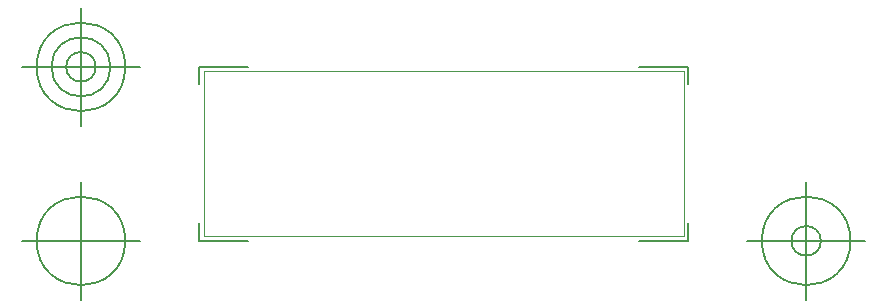
<source format=gbr>
G04 Generated by Ultiboard 13.0 *
%FSLAX25Y25*%
%MOIN*%

%ADD11C,0.00004*%
%ADD12C,0.00500*%


G04 ColorRGB 00FFFF for the following layer *
%LNBoard Outline*%
%LPD*%
G54D10*
G54D11*
X-80000Y-27500D02*
X80000Y-27500D01*
X80000Y27500D01*
X-80000Y27500D01*
X-80000Y-27500D01*
G54D12*
X-81500Y-29000D02*
X-81500Y-23200D01*
X-81500Y-29000D02*
X-65200Y-29000D01*
X81500Y-29000D02*
X65200Y-29000D01*
X81500Y-29000D02*
X81500Y-23200D01*
X81500Y29000D02*
X81500Y23200D01*
X81500Y29000D02*
X65200Y29000D01*
X-81500Y29000D02*
X-65200Y29000D01*
X-81500Y29000D02*
X-81500Y23200D01*
X-101185Y-29000D02*
X-140555Y-29000D01*
X-120870Y-48685D02*
X-120870Y-9315D01*
X-135634Y-29000D02*
G75*
D01*
G02X-135634Y-29000I14764J0*
G01*
X101185Y-29000D02*
X140555Y-29000D01*
X120870Y-48685D02*
X120870Y-9315D01*
X106106Y-29000D02*
G75*
D01*
G02X106106Y-29000I14764J0*
G01*
X115949Y-29000D02*
G75*
D01*
G02X115949Y-29000I4921J0*
G01*
X-101185Y29000D02*
X-140555Y29000D01*
X-120870Y9315D02*
X-120870Y48685D01*
X-135634Y29000D02*
G75*
D01*
G02X-135634Y29000I14764J0*
G01*
X-130713Y29000D02*
G75*
D01*
G02X-130713Y29000I9843J0*
G01*
X-125791Y29000D02*
G75*
D01*
G02X-125791Y29000I4921J0*
G01*

M02*

</source>
